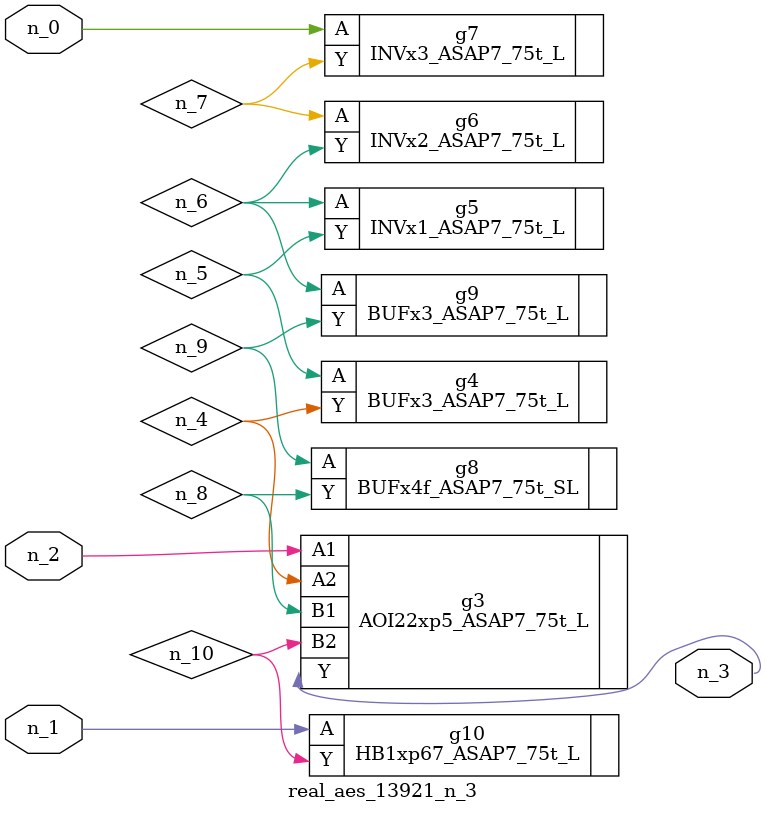
<source format=v>
module real_aes_13921_n_3 (n_0, n_2, n_1, n_3);
input n_0;
input n_2;
input n_1;
output n_3;
wire n_4;
wire n_5;
wire n_7;
wire n_8;
wire n_6;
wire n_9;
wire n_10;
INVx3_ASAP7_75t_L g7 ( .A(n_0), .Y(n_7) );
HB1xp67_ASAP7_75t_L g10 ( .A(n_1), .Y(n_10) );
AOI22xp5_ASAP7_75t_L g3 ( .A1(n_2), .A2(n_4), .B1(n_8), .B2(n_10), .Y(n_3) );
BUFx3_ASAP7_75t_L g4 ( .A(n_5), .Y(n_4) );
INVx1_ASAP7_75t_L g5 ( .A(n_6), .Y(n_5) );
BUFx3_ASAP7_75t_L g9 ( .A(n_6), .Y(n_9) );
INVx2_ASAP7_75t_L g6 ( .A(n_7), .Y(n_6) );
BUFx4f_ASAP7_75t_SL g8 ( .A(n_9), .Y(n_8) );
endmodule
</source>
